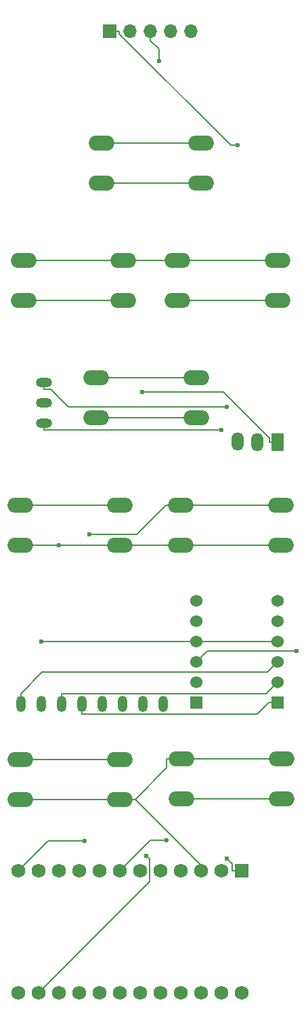
<source format=gbr>
%TF.GenerationSoftware,KiCad,Pcbnew,8.0.6*%
%TF.CreationDate,2025-03-08T22:03:20-06:00*%
%TF.ProjectId,fullycustomcontrolle one handv4,66756c6c-7963-4757-9374-6f6d636f6e74,rev?*%
%TF.SameCoordinates,Original*%
%TF.FileFunction,Copper,L2,Bot*%
%TF.FilePolarity,Positive*%
%FSLAX46Y46*%
G04 Gerber Fmt 4.6, Leading zero omitted, Abs format (unit mm)*
G04 Created by KiCad (PCBNEW 8.0.6) date 2025-03-08 22:03:20*
%MOMM*%
%LPD*%
G01*
G04 APERTURE LIST*
%TA.AperFunction,ComponentPad*%
%ADD10O,1.200000X2.000000*%
%TD*%
%TA.AperFunction,ComponentPad*%
%ADD11O,3.200000X1.900000*%
%TD*%
%TA.AperFunction,ComponentPad*%
%ADD12O,2.000000X1.200000*%
%TD*%
%TA.AperFunction,ComponentPad*%
%ADD13R,1.752600X1.752600*%
%TD*%
%TA.AperFunction,ComponentPad*%
%ADD14C,1.752600*%
%TD*%
%TA.AperFunction,ComponentPad*%
%ADD15R,1.700000X1.700000*%
%TD*%
%TA.AperFunction,ComponentPad*%
%ADD16O,1.700000X1.700000*%
%TD*%
%TA.AperFunction,ComponentPad*%
%ADD17C,1.524000*%
%TD*%
%TA.AperFunction,ComponentPad*%
%ADD18R,1.524000X1.524000*%
%TD*%
%TA.AperFunction,ComponentPad*%
%ADD19R,1.500000X2.300000*%
%TD*%
%TA.AperFunction,ComponentPad*%
%ADD20O,1.500000X2.300000*%
%TD*%
%TA.AperFunction,ViaPad*%
%ADD21C,0.600000*%
%TD*%
%TA.AperFunction,Conductor*%
%ADD22C,0.200000*%
%TD*%
G04 APERTURE END LIST*
D10*
%TO.P,MPU1,1,VCC*%
%TO.N,Net-(MPU1-VCC)*%
X180630000Y-110640000D03*
%TO.P,MPU1,2,GND*%
%TO.N,Net-(J1-Pin_1)*%
X183170000Y-110640000D03*
%TO.P,MPU1,3,SCL*%
%TO.N,Net-(MPU1-SCL)*%
X185710000Y-110640000D03*
%TO.P,MPU1,4,SDA*%
%TO.N,Net-(MPU1-SDA)*%
X188250000Y-110640000D03*
%TO.P,MPU1,5,XDA*%
%TO.N,unconnected-(MPU1-XDA-Pad5)*%
X190790000Y-110640000D03*
%TO.P,MPU1,6,XCL*%
%TO.N,unconnected-(MPU1-XCL-Pad6)*%
X193330000Y-110640000D03*
%TO.P,MPU1,7,AD0*%
%TO.N,unconnected-(MPU1-AD0-Pad7)*%
X195870000Y-110640000D03*
%TO.P,MPU1,8,INT*%
%TO.N,unconnected-(MPU1-INT-Pad8)*%
X198410000Y-110640000D03*
%TD*%
D11*
%TO.P,SW8,1,1*%
%TO.N,Net-(SW5-B)*%
X200225000Y-55245000D03*
X212725000Y-55245000D03*
%TO.P,SW8,2,2*%
%TO.N,Net-(U1-B2)*%
X200225000Y-60245000D03*
X212725000Y-60245000D03*
%TD*%
D12*
%TO.P,SW5,1,A*%
%TO.N,Net-(SW5-A)*%
X183515000Y-70485000D03*
%TO.P,SW5,2,B*%
%TO.N,Net-(SW5-B)*%
X183515000Y-73025000D03*
%TO.P,SW5,3,C*%
%TO.N,Net-(SW5-C)*%
X183515000Y-75565000D03*
%TD*%
D11*
%TO.P,SW6,1,1*%
%TO.N,Net-(U1-E6)*%
X193475000Y-60245000D03*
X180975000Y-60245000D03*
%TO.P,SW6,2,2*%
%TO.N,Net-(SW5-B)*%
X193475000Y-55245000D03*
X180975000Y-55245000D03*
%TD*%
D13*
%TO.P,U1,1,TX*%
%TO.N,Net-(SW5-A)*%
X208280000Y-131445000D03*
D14*
%TO.P,U1,2,RX*%
%TO.N,Net-(SW5-C)*%
X205740000Y-131445000D03*
%TO.P,U1,3,GND*%
%TO.N,Net-(SW5-B)*%
X203200000Y-131445000D03*
%TO.P,U1,4,GND*%
%TO.N,Net-(SW9-Pad1)*%
X200660000Y-131445000D03*
%TO.P,U1,5,SDA*%
%TO.N,Net-(U1-SDA)*%
X198120000Y-131445000D03*
%TO.P,U1,6,SCL*%
%TO.N,Net-(U1-SCL)*%
X195580000Y-131445000D03*
%TO.P,U1,7,D4*%
%TO.N,Net-(U1-D4)*%
X193040000Y-131445000D03*
%TO.P,U1,8,C6*%
%TO.N,Net-(U1-C6)*%
X190500000Y-131445000D03*
%TO.P,U1,9,D7*%
%TO.N,Net-(U1-D7)*%
X187960000Y-131445000D03*
%TO.P,U1,10,E6*%
%TO.N,Net-(U1-E6)*%
X185420000Y-131445000D03*
%TO.P,U1,11,B4*%
%TO.N,Net-(U1-B4)*%
X182880000Y-131445000D03*
%TO.P,U1,12,B5*%
%TO.N,Net-(U1-B5)*%
X180340000Y-131445000D03*
%TO.P,U1,13,B6*%
%TO.N,Net-(U1-B6)*%
X180340000Y-146685000D03*
%TO.P,U1,14,B2*%
%TO.N,Net-(U1-B2)*%
X182880000Y-146685000D03*
%TO.P,U1,15,B3*%
%TO.N,unconnected-(U1-B3-Pad15)*%
X185420000Y-146685000D03*
%TO.P,U1,16,B1*%
%TO.N,Net-(J1-Pin_5)*%
X187960000Y-146685000D03*
%TO.P,U1,17,F7*%
%TO.N,Net-(J1-Pin_4)*%
X190500000Y-146685000D03*
%TO.P,U1,18,F6*%
%TO.N,Net-(J1-Pin_3)*%
X193040000Y-146685000D03*
%TO.P,U1,19,F5*%
%TO.N,unconnected-(U1-F5-Pad19)*%
X195580000Y-146685000D03*
%TO.P,U1,20,F4*%
%TO.N,unconnected-(U1-F4-Pad20)*%
X198120000Y-146685000D03*
%TO.P,U1,21,VCC*%
%TO.N,Net-(J1-Pin_2)*%
X200660000Y-146685000D03*
%TO.P,U1,22,RST*%
%TO.N,unconnected-(U1-RST-Pad22)*%
X203200000Y-146685000D03*
%TO.P,U1,23,GND*%
%TO.N,Net-(J1-Pin_1)*%
X205740000Y-146685000D03*
%TO.P,U1,24,RAW*%
%TO.N,unconnected-(U1-RAW-Pad24)*%
X208280000Y-146685000D03*
%TD*%
D11*
%TO.P,SW9,1,1*%
%TO.N,Net-(SW9-Pad1)*%
X190065000Y-69930000D03*
X202565000Y-69930000D03*
%TO.P,SW9,2,2*%
%TO.N,Net-(U1-B6)*%
X190065000Y-74930000D03*
X202565000Y-74930000D03*
%TD*%
%TO.P,SW7,1,1*%
%TO.N,Net-(U1-B4)*%
X180540000Y-85805000D03*
X193040000Y-85805000D03*
%TO.P,SW7,2,2*%
%TO.N,Net-(SW5-B)*%
X180540000Y-90805000D03*
X193040000Y-90805000D03*
%TD*%
D15*
%TO.P,J1,1,Pin_1*%
%TO.N,Net-(J1-Pin_1)*%
X191770000Y-26670000D03*
D16*
%TO.P,J1,2,Pin_2*%
%TO.N,Net-(J1-Pin_2)*%
X194310000Y-26670000D03*
%TO.P,J1,3,Pin_3*%
%TO.N,Net-(J1-Pin_3)*%
X196850000Y-26670000D03*
%TO.P,J1,4,Pin_4*%
%TO.N,Net-(J1-Pin_4)*%
X199390000Y-26670000D03*
%TO.P,J1,5,Pin_5*%
%TO.N,Net-(J1-Pin_5)*%
X201930000Y-26670000D03*
%TD*%
D11*
%TO.P,SW1,1,1*%
%TO.N,Net-(U1-D7)*%
X200660000Y-85805000D03*
X213160000Y-85805000D03*
%TO.P,SW1,2,2*%
%TO.N,Net-(SW5-B)*%
X200660000Y-90805000D03*
X213160000Y-90805000D03*
%TD*%
D17*
%TO.P,U3,GND_1,GND*%
%TO.N,Net-(J1-Pin_1)*%
X202565000Y-102870000D03*
%TO.P,U3,GND_2,GND*%
X212725000Y-102870000D03*
%TO.P,U3,HV,HV*%
%TO.N,Net-(J1-Pin_2)*%
X202565000Y-105410000D03*
D18*
%TO.P,U3,HV1,HV1*%
%TO.N,Net-(U1-SDA)*%
X202565000Y-110490000D03*
D17*
%TO.P,U3,HV2,HV2*%
%TO.N,Net-(U1-SCL)*%
X202565000Y-107950000D03*
%TO.P,U3,HV3,HV3*%
%TO.N,unconnected-(U3-PadHV3)*%
X202565000Y-100330000D03*
%TO.P,U3,HV4,HV4*%
%TO.N,unconnected-(U3-PadHV4)*%
X202565000Y-97790000D03*
%TO.P,U3,LV,LV*%
%TO.N,Net-(MPU1-VCC)*%
X212725000Y-105410000D03*
D18*
%TO.P,U3,LV1,LV1*%
%TO.N,Net-(MPU1-SDA)*%
X212725000Y-110490000D03*
D17*
%TO.P,U3,LV2,LV2*%
%TO.N,Net-(MPU1-SCL)*%
X212725000Y-107950000D03*
%TO.P,U3,LV3,LV3*%
%TO.N,unconnected-(U3-PadLV3)*%
X212725000Y-100330000D03*
%TO.P,U3,LV4,LV4*%
%TO.N,unconnected-(U3-PadLV4)*%
X212725000Y-97790000D03*
%TD*%
D11*
%TO.P,SW2,1,1*%
%TO.N,Net-(U1-D4)*%
X213260000Y-122515000D03*
X200760000Y-122515000D03*
%TO.P,SW2,2,2*%
%TO.N,Net-(SW5-B)*%
X213260000Y-117515000D03*
X200760000Y-117515000D03*
%TD*%
%TO.P,SW3,1,1*%
%TO.N,Net-(U1-B5)*%
X203200000Y-45640000D03*
X190700000Y-45640000D03*
%TO.P,SW3,2,2*%
%TO.N,Net-(SW5-B)*%
X203200000Y-40640000D03*
X190700000Y-40640000D03*
%TD*%
D19*
%TO.P,U2,1,IN*%
%TO.N,Net-(J1-Pin_2)*%
X212735000Y-77925000D03*
D20*
%TO.P,U2,2,OUT*%
%TO.N,Net-(MPU1-VCC)*%
X210235000Y-77925000D03*
%TO.P,U2,3,GND*%
%TO.N,Net-(J1-Pin_1)*%
X207735000Y-77875000D03*
%TD*%
D11*
%TO.P,SW4,1,1*%
%TO.N,Net-(U1-C6)*%
X180540000Y-117555000D03*
X193040000Y-117555000D03*
%TO.P,SW4,2,2*%
%TO.N,Net-(SW5-B)*%
X180540000Y-122555000D03*
X193040000Y-122555000D03*
%TD*%
D21*
%TO.N,Net-(SW5-B)*%
X185355100Y-90805000D03*
%TO.N,Net-(SW5-A)*%
X206375100Y-129933000D03*
X206375100Y-73588900D03*
%TO.N,Net-(SW5-C)*%
X205740000Y-76466700D03*
%TO.N,Net-(U1-B2)*%
X196278700Y-129576100D03*
%TO.N,Net-(J1-Pin_3)*%
X197922600Y-30349400D03*
%TO.N,Net-(U1-B5)*%
X188596800Y-127780000D03*
%TO.N,Net-(U1-D4)*%
X198858300Y-127661600D03*
%TO.N,Net-(U1-D7)*%
X189190100Y-89448100D03*
%TO.N,Net-(J1-Pin_2)*%
X215111000Y-104007800D03*
X195783500Y-71737300D03*
%TO.N,Net-(J1-Pin_1)*%
X207735000Y-40912200D03*
X183170000Y-102870000D03*
%TD*%
D22*
%TO.N,Net-(SW9-Pad1)*%
X202565000Y-69930000D02*
X190065000Y-69930000D01*
%TO.N,Net-(U1-B6)*%
X202565000Y-74930000D02*
X190065000Y-74930000D01*
%TO.N,Net-(SW5-B)*%
X190700000Y-40640000D02*
X203200000Y-40640000D01*
X213260000Y-117515000D02*
X200760000Y-117515000D01*
X198858300Y-118638400D02*
X194941700Y-122555000D01*
X198858300Y-117515000D02*
X198858300Y-118638400D01*
X200760000Y-117515000D02*
X198858300Y-117515000D01*
X180975000Y-55245000D02*
X193475000Y-55245000D01*
X193475000Y-55245000D02*
X200225000Y-55245000D01*
X193148100Y-122555000D02*
X193040000Y-122555000D01*
X193040000Y-122555000D02*
X180540000Y-122555000D01*
X213160000Y-90805000D02*
X200660000Y-90805000D01*
X180540000Y-90805000D02*
X182441700Y-90805000D01*
X200660000Y-90805000D02*
X193040000Y-90805000D01*
X193040000Y-90805000D02*
X185355100Y-90805000D01*
X182441700Y-90805000D02*
X185355100Y-90805000D01*
X212725000Y-55245000D02*
X200225000Y-55245000D01*
X193148100Y-122555000D02*
X194044900Y-122555000D01*
X194044900Y-122555000D02*
X194941700Y-122555000D01*
X203200000Y-130813300D02*
X203200000Y-131445000D01*
X194941700Y-122555000D02*
X203200000Y-130813300D01*
%TO.N,Net-(U1-C6)*%
X193040000Y-117555000D02*
X180540000Y-117555000D01*
%TO.N,Net-(U1-B4)*%
X193040000Y-85805000D02*
X180540000Y-85805000D01*
%TO.N,Net-(SW5-A)*%
X207102000Y-130659900D02*
X206375100Y-129933000D01*
X207102000Y-131445000D02*
X207102000Y-130659900D01*
X183515000Y-70485000D02*
X183515000Y-71386700D01*
X186618900Y-73588900D02*
X206375100Y-73588900D01*
X184416700Y-71386700D02*
X186618900Y-73588900D01*
X183515000Y-71386700D02*
X184416700Y-71386700D01*
X208280000Y-131445000D02*
X207102000Y-131445000D01*
%TO.N,Net-(SW5-C)*%
X183515000Y-75565000D02*
X183515000Y-76466700D01*
X183515000Y-76466700D02*
X205740000Y-76466700D01*
%TO.N,Net-(U1-B2)*%
X212725000Y-60245000D02*
X200225000Y-60245000D01*
X196758000Y-130055400D02*
X196278700Y-129576100D01*
X196758000Y-132807000D02*
X196758000Y-130055400D01*
X182880000Y-146685000D02*
X196758000Y-132807000D01*
%TO.N,Net-(U1-E6)*%
X180975000Y-60245000D02*
X193475000Y-60245000D01*
%TO.N,Net-(J1-Pin_3)*%
X197922600Y-28894300D02*
X197922600Y-30349400D01*
X196850000Y-27821700D02*
X197922600Y-28894300D01*
X196850000Y-26670000D02*
X196850000Y-27821700D01*
%TO.N,Net-(U1-B5)*%
X190700000Y-45640000D02*
X203200000Y-45640000D01*
X184005000Y-127780000D02*
X188596800Y-127780000D01*
X180340000Y-131445000D02*
X184005000Y-127780000D01*
%TO.N,Net-(U1-D4)*%
X200760000Y-122515000D02*
X213260000Y-122515000D01*
X196823400Y-127661600D02*
X198858300Y-127661600D01*
X193040000Y-131445000D02*
X196823400Y-127661600D01*
%TO.N,Net-(U1-D7)*%
X200660000Y-85805000D02*
X198758300Y-85805000D01*
X195115200Y-89448100D02*
X189190100Y-89448100D01*
X198758300Y-85805000D02*
X195115200Y-89448100D01*
X213160000Y-85805000D02*
X200660000Y-85805000D01*
%TO.N,Net-(J1-Pin_2)*%
X203967200Y-104007800D02*
X215111000Y-104007800D01*
X202565000Y-105410000D02*
X203967200Y-104007800D01*
X212735000Y-77925000D02*
X211683300Y-77925000D01*
X205994500Y-71737300D02*
X195783500Y-71737300D01*
X211683300Y-77426100D02*
X205994500Y-71737300D01*
X211683300Y-77925000D02*
X211683300Y-77426100D01*
%TO.N,Net-(MPU1-SCL)*%
X211336700Y-109338300D02*
X185710000Y-109338300D01*
X212725000Y-107950000D02*
X211336700Y-109338300D01*
X185710000Y-110640000D02*
X185710000Y-109338300D01*
%TO.N,Net-(J1-Pin_1)*%
X206876000Y-40912200D02*
X207735000Y-40912200D01*
X192921700Y-26957900D02*
X206876000Y-40912200D01*
X192921700Y-26670000D02*
X192921700Y-26957900D01*
X191770000Y-26670000D02*
X192921700Y-26670000D01*
X212725000Y-102870000D02*
X202565000Y-102870000D01*
X202565000Y-102870000D02*
X183170000Y-102870000D01*
%TO.N,Net-(MPU1-VCC)*%
X211455000Y-106680000D02*
X212725000Y-105410000D01*
X183288300Y-106680000D02*
X211455000Y-106680000D01*
X180630000Y-109338300D02*
X183288300Y-106680000D01*
X180630000Y-110640000D02*
X180630000Y-109338300D01*
%TO.N,Net-(MPU1-SDA)*%
X210209600Y-111941700D02*
X188250000Y-111941700D01*
X211661300Y-110490000D02*
X210209600Y-111941700D01*
X212725000Y-110490000D02*
X211661300Y-110490000D01*
X188250000Y-110640000D02*
X188250000Y-111941700D01*
%TD*%
M02*

</source>
